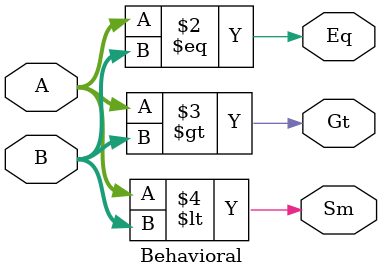
<source format=v>
`timescale 1ns / 1ps


module Behavioral(
    input [3:0]A,
    input [3:0]B,
    output reg Eq,
    output reg Gt,
    output reg Sm
    );
    
    always @(*) begin
        Eq = (A==B);
        Gt = (A>B);
        Sm = (A<B);
    end
        
endmodule

</source>
